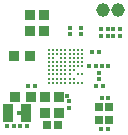
<source format=gts>
G04*
G04 #@! TF.GenerationSoftware,Altium Limited,Altium Designer,19.0.15 (446)*
G04*
G04 Layer_Color=8388736*
%FSLAX24Y24*%
%MOIN*%
G70*
G01*
G75*
%ADD22R,0.0355X0.0375*%
%ADD23R,0.0375X0.0355*%
%ADD24R,0.0316X0.0257*%
%ADD25R,0.0178X0.0166*%
%ADD26R,0.0166X0.0178*%
%ADD27R,0.0277X0.0316*%
%ADD28R,0.0146X0.0157*%
%ADD29C,0.0110*%
%ADD30R,0.0355X0.0611*%
%ADD31C,0.0454*%
%ADD32C,0.0158*%
D22*
X-1644Y276D02*
D03*
X-1112D02*
D03*
X-1083Y-1083D02*
D03*
X-1614D02*
D03*
D23*
X-1112Y1644D02*
D03*
Y1112D02*
D03*
X-620Y-1614D02*
D03*
Y-1083D02*
D03*
X-157Y-1614D02*
D03*
Y-1083D02*
D03*
X-650Y1112D02*
D03*
Y1644D02*
D03*
D24*
X-551Y-2012D02*
D03*
X-177D02*
D03*
D25*
X187Y-1451D02*
D03*
Y-1226D02*
D03*
X600Y1214D02*
D03*
Y990D02*
D03*
X227Y1214D02*
D03*
Y990D02*
D03*
X1173Y-287D02*
D03*
Y-511D02*
D03*
D26*
X1500Y-1112D02*
D03*
X1276D02*
D03*
X1257Y-2165D02*
D03*
X1482D02*
D03*
X1089Y-721D02*
D03*
X1313D02*
D03*
X1275Y-69D02*
D03*
X1500D02*
D03*
X845Y-69D02*
D03*
X1070D02*
D03*
X-1444Y-2061D02*
D03*
X-1219D02*
D03*
X-1662Y-2061D02*
D03*
X-1887Y-2061D02*
D03*
X1185Y418D02*
D03*
X960D02*
D03*
X-1185Y-738D02*
D03*
X-961D02*
D03*
D27*
X1535Y-1870D02*
D03*
X1201Y-1870D02*
D03*
Y-1417D02*
D03*
X1535Y-1417D02*
D03*
D28*
X1252Y1181D02*
D03*
X1476D02*
D03*
X1663D02*
D03*
X1888D02*
D03*
X1252Y955D02*
D03*
X1476D02*
D03*
X1663D02*
D03*
X1888D02*
D03*
D29*
X344Y344D02*
D03*
X620Y-344D02*
D03*
X482D02*
D03*
X620Y-620D02*
D03*
X-482Y482D02*
D03*
X-344D02*
D03*
X-207D02*
D03*
X-69D02*
D03*
X69D02*
D03*
X207D02*
D03*
X344D02*
D03*
X482D02*
D03*
X620D02*
D03*
X-482Y344D02*
D03*
X-344D02*
D03*
X-207D02*
D03*
X-69D02*
D03*
X69D02*
D03*
X207D02*
D03*
X482D02*
D03*
X620D02*
D03*
X-482Y207D02*
D03*
X-344D02*
D03*
X-69D02*
D03*
X69D02*
D03*
X207D02*
D03*
X344D02*
D03*
X482D02*
D03*
X620D02*
D03*
X-482Y69D02*
D03*
X-344D02*
D03*
X-207D02*
D03*
X-69D02*
D03*
X69D02*
D03*
X207D02*
D03*
X344D02*
D03*
X482D02*
D03*
X620D02*
D03*
X-482Y-69D02*
D03*
X-344D02*
D03*
X-207D02*
D03*
X-69D02*
D03*
X69D02*
D03*
X207D02*
D03*
X344D02*
D03*
X482D02*
D03*
X620D02*
D03*
X-482Y-207D02*
D03*
X-344D02*
D03*
X-207D02*
D03*
X-69D02*
D03*
X69D02*
D03*
X207D02*
D03*
X344D02*
D03*
X-482Y-344D02*
D03*
X-344D02*
D03*
X-207D02*
D03*
X-69D02*
D03*
X69D02*
D03*
X207D02*
D03*
X-482Y-482D02*
D03*
X-344D02*
D03*
X-207D02*
D03*
X-69D02*
D03*
X69D02*
D03*
X207D02*
D03*
X344D02*
D03*
X-482Y-620D02*
D03*
X-344D02*
D03*
X-207D02*
D03*
X-69D02*
D03*
X69D02*
D03*
X207D02*
D03*
X344D02*
D03*
X482D02*
D03*
D30*
X-1834Y-1638D02*
D03*
X-1263D02*
D03*
D31*
X1825Y1811D02*
D03*
X1325D02*
D03*
D32*
X118Y-1063D02*
D03*
X-1476Y-1644D02*
D03*
M02*

</source>
